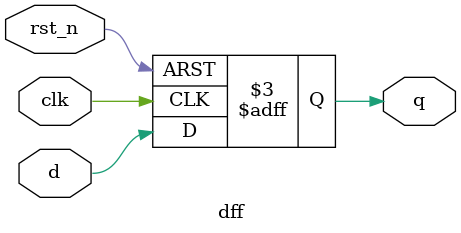
<source format=v>
module dff (
    input  wire clk,
    input  wire rst_n,
    input  wire d,
    output reg  q
);
  always @(posedge clk, negedge rst_n)
    if (~rst_n) q <= 0;
    else q <= d;
endmodule

</source>
